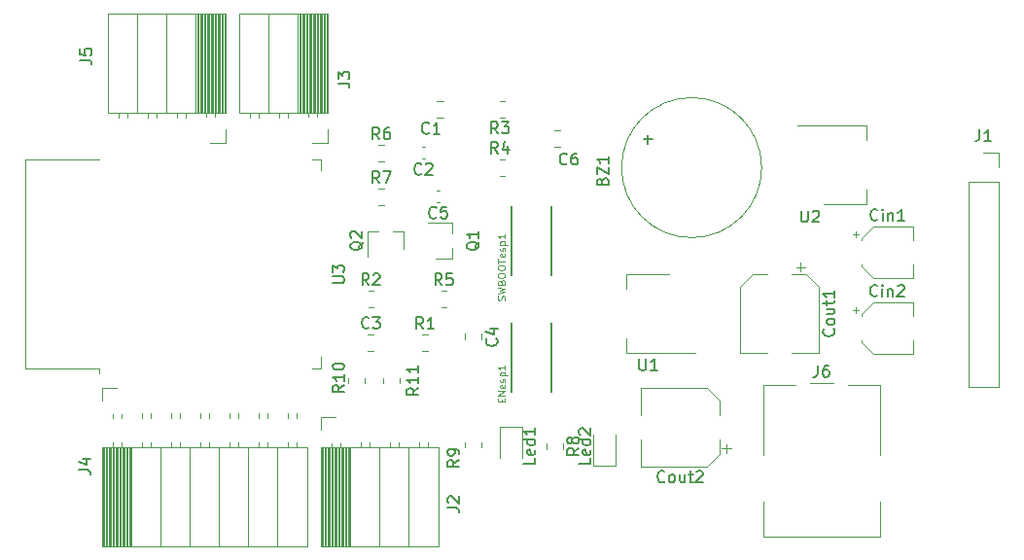
<source format=gbr>
%TF.GenerationSoftware,KiCad,Pcbnew,(5.1.9)-1*%
%TF.CreationDate,2021-07-08T11:56:06-05:00*%
%TF.ProjectId,prueba,70727565-6261-42e6-9b69-6361645f7063,rev?*%
%TF.SameCoordinates,Original*%
%TF.FileFunction,Legend,Top*%
%TF.FilePolarity,Positive*%
%FSLAX46Y46*%
G04 Gerber Fmt 4.6, Leading zero omitted, Abs format (unit mm)*
G04 Created by KiCad (PCBNEW (5.1.9)-1) date 2021-07-08 11:56:06*
%MOMM*%
%LPD*%
G01*
G04 APERTURE LIST*
%ADD10C,0.120000*%
%ADD11C,0.127000*%
%ADD12C,0.150000*%
%ADD13C,0.015000*%
G04 APERTURE END LIST*
D10*
%TO.C,BZ1*%
X98800000Y-92710000D02*
G75*
G03*
X98800000Y-92710000I-6100000J0D01*
G01*
%TO.C,J3*%
X60900000Y-79318000D02*
X60900000Y-87948000D01*
X60781905Y-79318000D02*
X60781905Y-87948000D01*
X60663810Y-79318000D02*
X60663810Y-87948000D01*
X60545715Y-79318000D02*
X60545715Y-87948000D01*
X60427620Y-79318000D02*
X60427620Y-87948000D01*
X60309525Y-79318000D02*
X60309525Y-87948000D01*
X60191430Y-79318000D02*
X60191430Y-87948000D01*
X60073335Y-79318000D02*
X60073335Y-87948000D01*
X59955240Y-79318000D02*
X59955240Y-87948000D01*
X59837145Y-79318000D02*
X59837145Y-87948000D01*
X59719050Y-79318000D02*
X59719050Y-87948000D01*
X59600955Y-79318000D02*
X59600955Y-87948000D01*
X59482860Y-79318000D02*
X59482860Y-87948000D01*
X59364765Y-79318000D02*
X59364765Y-87948000D01*
X59246670Y-79318000D02*
X59246670Y-87948000D01*
X59128575Y-79318000D02*
X59128575Y-87948000D01*
X59010480Y-79318000D02*
X59010480Y-87948000D01*
X58892385Y-79318000D02*
X58892385Y-87948000D01*
X58774290Y-79318000D02*
X58774290Y-87948000D01*
X58656195Y-79318000D02*
X58656195Y-87948000D01*
X58538100Y-79318000D02*
X58538100Y-87948000D01*
X60050000Y-87948000D02*
X60050000Y-88298000D01*
X59330000Y-87948000D02*
X59330000Y-88298000D01*
X57510000Y-87948000D02*
X57510000Y-88358000D01*
X56790000Y-87948000D02*
X56790000Y-88358000D01*
X54970000Y-87948000D02*
X54970000Y-88358000D01*
X54250000Y-87948000D02*
X54250000Y-88358000D01*
X58420000Y-79318000D02*
X58420000Y-87948000D01*
X55880000Y-79318000D02*
X55880000Y-87948000D01*
X61020000Y-79318000D02*
X61020000Y-87948000D01*
X61020000Y-87948000D02*
X53280000Y-87948000D01*
X53280000Y-79318000D02*
X53280000Y-87948000D01*
X61020000Y-79318000D02*
X53280000Y-79318000D01*
X61020000Y-90518000D02*
X59690000Y-90518000D01*
X61020000Y-89408000D02*
X61020000Y-90518000D01*
%TO.C,J5*%
X52010000Y-79318000D02*
X52010000Y-87948000D01*
X51891905Y-79318000D02*
X51891905Y-87948000D01*
X51773810Y-79318000D02*
X51773810Y-87948000D01*
X51655715Y-79318000D02*
X51655715Y-87948000D01*
X51537620Y-79318000D02*
X51537620Y-87948000D01*
X51419525Y-79318000D02*
X51419525Y-87948000D01*
X51301430Y-79318000D02*
X51301430Y-87948000D01*
X51183335Y-79318000D02*
X51183335Y-87948000D01*
X51065240Y-79318000D02*
X51065240Y-87948000D01*
X50947145Y-79318000D02*
X50947145Y-87948000D01*
X50829050Y-79318000D02*
X50829050Y-87948000D01*
X50710955Y-79318000D02*
X50710955Y-87948000D01*
X50592860Y-79318000D02*
X50592860Y-87948000D01*
X50474765Y-79318000D02*
X50474765Y-87948000D01*
X50356670Y-79318000D02*
X50356670Y-87948000D01*
X50238575Y-79318000D02*
X50238575Y-87948000D01*
X50120480Y-79318000D02*
X50120480Y-87948000D01*
X50002385Y-79318000D02*
X50002385Y-87948000D01*
X49884290Y-79318000D02*
X49884290Y-87948000D01*
X49766195Y-79318000D02*
X49766195Y-87948000D01*
X49648100Y-79318000D02*
X49648100Y-87948000D01*
X51160000Y-87948000D02*
X51160000Y-88298000D01*
X50440000Y-87948000D02*
X50440000Y-88298000D01*
X48620000Y-87948000D02*
X48620000Y-88358000D01*
X47900000Y-87948000D02*
X47900000Y-88358000D01*
X46080000Y-87948000D02*
X46080000Y-88358000D01*
X45360000Y-87948000D02*
X45360000Y-88358000D01*
X43540000Y-87948000D02*
X43540000Y-88358000D01*
X42820000Y-87948000D02*
X42820000Y-88358000D01*
X49530000Y-79318000D02*
X49530000Y-87948000D01*
X46990000Y-79318000D02*
X46990000Y-87948000D01*
X44450000Y-79318000D02*
X44450000Y-87948000D01*
X52130000Y-79318000D02*
X52130000Y-87948000D01*
X52130000Y-87948000D02*
X41850000Y-87948000D01*
X41850000Y-79318000D02*
X41850000Y-87948000D01*
X52130000Y-79318000D02*
X41850000Y-79318000D01*
X52130000Y-90518000D02*
X50800000Y-90518000D01*
X52130000Y-89408000D02*
X52130000Y-90518000D01*
%TO.C,J2*%
X60512000Y-125660000D02*
X60512000Y-117030000D01*
X60630095Y-125660000D02*
X60630095Y-117030000D01*
X60748190Y-125660000D02*
X60748190Y-117030000D01*
X60866285Y-125660000D02*
X60866285Y-117030000D01*
X60984380Y-125660000D02*
X60984380Y-117030000D01*
X61102475Y-125660000D02*
X61102475Y-117030000D01*
X61220570Y-125660000D02*
X61220570Y-117030000D01*
X61338665Y-125660000D02*
X61338665Y-117030000D01*
X61456760Y-125660000D02*
X61456760Y-117030000D01*
X61574855Y-125660000D02*
X61574855Y-117030000D01*
X61692950Y-125660000D02*
X61692950Y-117030000D01*
X61811045Y-125660000D02*
X61811045Y-117030000D01*
X61929140Y-125660000D02*
X61929140Y-117030000D01*
X62047235Y-125660000D02*
X62047235Y-117030000D01*
X62165330Y-125660000D02*
X62165330Y-117030000D01*
X62283425Y-125660000D02*
X62283425Y-117030000D01*
X62401520Y-125660000D02*
X62401520Y-117030000D01*
X62519615Y-125660000D02*
X62519615Y-117030000D01*
X62637710Y-125660000D02*
X62637710Y-117030000D01*
X62755805Y-125660000D02*
X62755805Y-117030000D01*
X62873900Y-125660000D02*
X62873900Y-117030000D01*
X61362000Y-117030000D02*
X61362000Y-116680000D01*
X62082000Y-117030000D02*
X62082000Y-116680000D01*
X63902000Y-117030000D02*
X63902000Y-116620000D01*
X64622000Y-117030000D02*
X64622000Y-116620000D01*
X66442000Y-117030000D02*
X66442000Y-116620000D01*
X67162000Y-117030000D02*
X67162000Y-116620000D01*
X68982000Y-117030000D02*
X68982000Y-116620000D01*
X69702000Y-117030000D02*
X69702000Y-116620000D01*
X62992000Y-125660000D02*
X62992000Y-117030000D01*
X65532000Y-125660000D02*
X65532000Y-117030000D01*
X68072000Y-125660000D02*
X68072000Y-117030000D01*
X60392000Y-125660000D02*
X60392000Y-117030000D01*
X60392000Y-117030000D02*
X70672000Y-117030000D01*
X70672000Y-125660000D02*
X70672000Y-117030000D01*
X60392000Y-125660000D02*
X70672000Y-125660000D01*
X60392000Y-114460000D02*
X61722000Y-114460000D01*
X60392000Y-115570000D02*
X60392000Y-114460000D01*
%TO.C,J4*%
X41462000Y-125660000D02*
X41462000Y-117030000D01*
X41580095Y-125660000D02*
X41580095Y-117030000D01*
X41698190Y-125660000D02*
X41698190Y-117030000D01*
X41816285Y-125660000D02*
X41816285Y-117030000D01*
X41934380Y-125660000D02*
X41934380Y-117030000D01*
X42052475Y-125660000D02*
X42052475Y-117030000D01*
X42170570Y-125660000D02*
X42170570Y-117030000D01*
X42288665Y-125660000D02*
X42288665Y-117030000D01*
X42406760Y-125660000D02*
X42406760Y-117030000D01*
X42524855Y-125660000D02*
X42524855Y-117030000D01*
X42642950Y-125660000D02*
X42642950Y-117030000D01*
X42761045Y-125660000D02*
X42761045Y-117030000D01*
X42879140Y-125660000D02*
X42879140Y-117030000D01*
X42997235Y-125660000D02*
X42997235Y-117030000D01*
X43115330Y-125660000D02*
X43115330Y-117030000D01*
X43233425Y-125660000D02*
X43233425Y-117030000D01*
X43351520Y-125660000D02*
X43351520Y-117030000D01*
X43469615Y-125660000D02*
X43469615Y-117030000D01*
X43587710Y-125660000D02*
X43587710Y-117030000D01*
X43705805Y-125660000D02*
X43705805Y-117030000D01*
X43823900Y-125660000D02*
X43823900Y-117030000D01*
X42312000Y-117030000D02*
X42312000Y-116620000D01*
X42312000Y-114520000D02*
X42312000Y-114140000D01*
X43032000Y-117030000D02*
X43032000Y-116620000D01*
X43032000Y-114520000D02*
X43032000Y-114140000D01*
X44852000Y-117030000D02*
X44852000Y-116620000D01*
X44852000Y-114520000D02*
X44852000Y-114080000D01*
X45572000Y-117030000D02*
X45572000Y-116620000D01*
X45572000Y-114520000D02*
X45572000Y-114080000D01*
X47392000Y-117030000D02*
X47392000Y-116620000D01*
X47392000Y-114520000D02*
X47392000Y-114080000D01*
X48112000Y-117030000D02*
X48112000Y-116620000D01*
X48112000Y-114520000D02*
X48112000Y-114080000D01*
X49932000Y-117030000D02*
X49932000Y-116620000D01*
X49932000Y-114520000D02*
X49932000Y-114080000D01*
X50652000Y-117030000D02*
X50652000Y-116620000D01*
X50652000Y-114520000D02*
X50652000Y-114080000D01*
X52472000Y-117030000D02*
X52472000Y-116620000D01*
X52472000Y-114520000D02*
X52472000Y-114080000D01*
X53192000Y-117030000D02*
X53192000Y-116620000D01*
X53192000Y-114520000D02*
X53192000Y-114080000D01*
X55012000Y-117030000D02*
X55012000Y-116620000D01*
X55012000Y-114520000D02*
X55012000Y-114080000D01*
X55732000Y-117030000D02*
X55732000Y-116620000D01*
X55732000Y-114520000D02*
X55732000Y-114080000D01*
X57552000Y-117030000D02*
X57552000Y-116620000D01*
X57552000Y-114520000D02*
X57552000Y-114080000D01*
X58272000Y-117030000D02*
X58272000Y-116620000D01*
X58272000Y-114520000D02*
X58272000Y-114080000D01*
X43942000Y-125660000D02*
X43942000Y-117030000D01*
X46482000Y-125660000D02*
X46482000Y-117030000D01*
X49022000Y-125660000D02*
X49022000Y-117030000D01*
X51562000Y-125660000D02*
X51562000Y-117030000D01*
X54102000Y-125660000D02*
X54102000Y-117030000D01*
X56642000Y-125660000D02*
X56642000Y-117030000D01*
X41342000Y-125660000D02*
X41342000Y-117030000D01*
X41342000Y-117030000D02*
X59242000Y-117030000D01*
X59242000Y-125660000D02*
X59242000Y-117030000D01*
X41342000Y-125660000D02*
X59242000Y-125660000D01*
X41342000Y-111920000D02*
X42672000Y-111920000D01*
X41342000Y-113030000D02*
X41342000Y-111920000D01*
%TO.C,J6*%
X103013000Y-111476000D02*
X105013000Y-111476000D01*
X98903000Y-124886000D02*
X98903000Y-121826000D01*
X109123000Y-124886000D02*
X98903000Y-124886000D01*
X109123000Y-121826000D02*
X109123000Y-124886000D01*
X109123000Y-111666000D02*
X109123000Y-117726000D01*
X106313000Y-111666000D02*
X109123000Y-111666000D01*
X98903000Y-111666000D02*
X101713000Y-111666000D01*
X98903000Y-117726000D02*
X98903000Y-111666000D01*
%TO.C,U2*%
X101920000Y-89060000D02*
X107930000Y-89060000D01*
X104170000Y-95880000D02*
X107930000Y-95880000D01*
X107930000Y-89060000D02*
X107930000Y-90320000D01*
X107930000Y-95880000D02*
X107930000Y-94620000D01*
%TO.C,U3*%
X41085000Y-110205000D02*
X41085000Y-110585000D01*
X34665000Y-110205000D02*
X41085000Y-110205000D01*
X34665000Y-91965000D02*
X41085000Y-91965000D01*
X34665000Y-110205000D02*
X34665000Y-91965000D01*
X60410000Y-91965000D02*
X60410000Y-92965000D01*
X59630000Y-91965000D02*
X60410000Y-91965000D01*
X60410000Y-110205000D02*
X60410000Y-109205000D01*
X59630000Y-110205000D02*
X60410000Y-110205000D01*
%TO.C,R7*%
X65455436Y-95985000D02*
X65909564Y-95985000D01*
X65455436Y-94515000D02*
X65909564Y-94515000D01*
%TO.C,R6*%
X65455436Y-92175000D02*
X65909564Y-92175000D01*
X65455436Y-90705000D02*
X65909564Y-90705000D01*
%TO.C,R2*%
X64542936Y-104875000D02*
X64997064Y-104875000D01*
X64542936Y-103405000D02*
X64997064Y-103405000D01*
%TO.C,J1*%
X118110000Y-91380000D02*
X119440000Y-91380000D01*
X119440000Y-91380000D02*
X119440000Y-92710000D01*
X119440000Y-93980000D02*
X119440000Y-111820000D01*
X116780000Y-111820000D02*
X119440000Y-111820000D01*
X116780000Y-93980000D02*
X116780000Y-111820000D01*
X116780000Y-93980000D02*
X119440000Y-93980000D01*
%TO.C,Led2*%
X86050000Y-118652000D02*
X86050000Y-115967000D01*
X84130000Y-118652000D02*
X86050000Y-118652000D01*
X84130000Y-115967000D02*
X84130000Y-118652000D01*
%TO.C,C1*%
X71061252Y-86895000D02*
X70538748Y-86895000D01*
X71061252Y-88365000D02*
X70538748Y-88365000D01*
%TO.C,C2*%
X69482580Y-90930000D02*
X69201420Y-90930000D01*
X69482580Y-91950000D02*
X69201420Y-91950000D01*
%TO.C,C3*%
X64508748Y-107215000D02*
X65031252Y-107215000D01*
X64508748Y-108685000D02*
X65031252Y-108685000D01*
%TO.C,C4*%
X72925000Y-107180748D02*
X72925000Y-107703252D01*
X74395000Y-107180748D02*
X74395000Y-107703252D01*
%TO.C,C5*%
X70765580Y-95760000D02*
X70484420Y-95760000D01*
X70765580Y-94740000D02*
X70484420Y-94740000D01*
%TO.C,C6*%
X81287252Y-90905000D02*
X80764748Y-90905000D01*
X81287252Y-89435000D02*
X80764748Y-89435000D01*
%TO.C,Cin1*%
X112010000Y-102336000D02*
X112010000Y-101136000D01*
X112010000Y-97816000D02*
X112010000Y-99016000D01*
X108554437Y-97816000D02*
X112010000Y-97816000D01*
X108554437Y-102336000D02*
X112010000Y-102336000D01*
X107490000Y-101271563D02*
X107490000Y-101136000D01*
X107490000Y-98880437D02*
X107490000Y-99016000D01*
X107490000Y-98880437D02*
X108554437Y-97816000D01*
X107490000Y-101271563D02*
X108554437Y-102336000D01*
X106750000Y-98516000D02*
X107250000Y-98516000D01*
X107000000Y-98266000D02*
X107000000Y-98766000D01*
%TO.C,Cin2*%
X106978000Y-104870000D02*
X106978000Y-105370000D01*
X106728000Y-105120000D02*
X107228000Y-105120000D01*
X107468000Y-107875563D02*
X108532437Y-108940000D01*
X107468000Y-105484437D02*
X108532437Y-104420000D01*
X107468000Y-105484437D02*
X107468000Y-105620000D01*
X107468000Y-107875563D02*
X107468000Y-107740000D01*
X108532437Y-108940000D02*
X111988000Y-108940000D01*
X108532437Y-104420000D02*
X111988000Y-104420000D01*
X111988000Y-104420000D02*
X111988000Y-105620000D01*
X111988000Y-108940000D02*
X111988000Y-107740000D01*
%TO.C,Cout1*%
X96920000Y-108820000D02*
X99270000Y-108820000D01*
X103740000Y-108820000D02*
X101390000Y-108820000D01*
X103740000Y-103064437D02*
X103740000Y-108820000D01*
X96920000Y-103064437D02*
X96920000Y-108820000D01*
X97984437Y-102000000D02*
X99270000Y-102000000D01*
X102675563Y-102000000D02*
X101390000Y-102000000D01*
X102675563Y-102000000D02*
X103740000Y-103064437D01*
X97984437Y-102000000D02*
X96920000Y-103064437D01*
X102177500Y-100972500D02*
X102177500Y-101760000D01*
X102571250Y-101366250D02*
X101783750Y-101366250D01*
%TO.C,Cout2*%
X95737750Y-117557250D02*
X95737750Y-116769750D01*
X96131500Y-117163500D02*
X95344000Y-117163500D01*
X95104000Y-112970437D02*
X94039563Y-111906000D01*
X95104000Y-117661563D02*
X94039563Y-118726000D01*
X95104000Y-117661563D02*
X95104000Y-116376000D01*
X95104000Y-112970437D02*
X95104000Y-114256000D01*
X94039563Y-111906000D02*
X88284000Y-111906000D01*
X94039563Y-118726000D02*
X88284000Y-118726000D01*
X88284000Y-118726000D02*
X88284000Y-116376000D01*
X88284000Y-111906000D02*
X88284000Y-114256000D01*
D11*
%TO.C,ENesp1*%
X76990000Y-112220000D02*
X76990000Y-106220000D01*
X80490000Y-112220000D02*
X80490000Y-106220000D01*
D10*
%TO.C,Led1*%
X77922000Y-117967000D02*
X77922000Y-115282000D01*
X77922000Y-115282000D02*
X76002000Y-115282000D01*
X76002000Y-115282000D02*
X76002000Y-117967000D01*
%TO.C,Q1*%
X71880000Y-100640000D02*
X71880000Y-99710000D01*
X71880000Y-97480000D02*
X71880000Y-98410000D01*
X71880000Y-97480000D02*
X69720000Y-97480000D01*
X71880000Y-100640000D02*
X70420000Y-100640000D01*
%TO.C,Q2*%
X67620000Y-98300000D02*
X67620000Y-99760000D01*
X64460000Y-98300000D02*
X64460000Y-100460000D01*
X64460000Y-98300000D02*
X65390000Y-98300000D01*
X67620000Y-98300000D02*
X66690000Y-98300000D01*
%TO.C,R1*%
X69265436Y-107215000D02*
X69719564Y-107215000D01*
X69265436Y-108685000D02*
X69719564Y-108685000D01*
%TO.C,R3*%
X76427064Y-88365000D02*
X75972936Y-88365000D01*
X76427064Y-86895000D02*
X75972936Y-86895000D01*
%TO.C,R4*%
X75972936Y-93445000D02*
X76427064Y-93445000D01*
X75972936Y-91975000D02*
X76427064Y-91975000D01*
%TO.C,R5*%
X70892936Y-104875000D02*
X71347064Y-104875000D01*
X70892936Y-103405000D02*
X71347064Y-103405000D01*
%TO.C,R8*%
X81507000Y-116739936D02*
X81507000Y-117194064D01*
X80037000Y-116739936D02*
X80037000Y-117194064D01*
%TO.C,R9*%
X74395000Y-117067064D02*
X74395000Y-116612936D01*
X72925000Y-117067064D02*
X72925000Y-116612936D01*
%TO.C,R10*%
X62765000Y-111024936D02*
X62765000Y-111479064D01*
X64235000Y-111024936D02*
X64235000Y-111479064D01*
%TO.C,R11*%
X65813000Y-111479064D02*
X65813000Y-111024936D01*
X67283000Y-111479064D02*
X67283000Y-111024936D01*
D11*
%TO.C,SWBOOTesp1*%
X80490000Y-102060000D02*
X80490000Y-96060000D01*
X76990000Y-102060000D02*
X76990000Y-96060000D01*
D10*
%TO.C,U1*%
X86990000Y-102000000D02*
X86990000Y-103260000D01*
X86990000Y-108820000D02*
X86990000Y-107560000D01*
X90750000Y-102000000D02*
X86990000Y-102000000D01*
X93000000Y-108820000D02*
X86990000Y-108820000D01*
%TO.C,BZ1*%
D12*
X84928571Y-93880952D02*
X84976190Y-93738095D01*
X85023809Y-93690476D01*
X85119047Y-93642857D01*
X85261904Y-93642857D01*
X85357142Y-93690476D01*
X85404761Y-93738095D01*
X85452380Y-93833333D01*
X85452380Y-94214285D01*
X84452380Y-94214285D01*
X84452380Y-93880952D01*
X84500000Y-93785714D01*
X84547619Y-93738095D01*
X84642857Y-93690476D01*
X84738095Y-93690476D01*
X84833333Y-93738095D01*
X84880952Y-93785714D01*
X84928571Y-93880952D01*
X84928571Y-94214285D01*
X84452380Y-93309523D02*
X84452380Y-92642857D01*
X85452380Y-93309523D01*
X85452380Y-92642857D01*
X85452380Y-91738095D02*
X85452380Y-92309523D01*
X85452380Y-92023809D02*
X84452380Y-92023809D01*
X84595238Y-92119047D01*
X84690476Y-92214285D01*
X84738095Y-92309523D01*
X88509047Y-90241428D02*
X89270952Y-90241428D01*
X88890000Y-90622380D02*
X88890000Y-89860476D01*
%TO.C,J3*%
X61912380Y-85361333D02*
X62626666Y-85361333D01*
X62769523Y-85408952D01*
X62864761Y-85504190D01*
X62912380Y-85647047D01*
X62912380Y-85742285D01*
X61912380Y-84980380D02*
X61912380Y-84361333D01*
X62293333Y-84694666D01*
X62293333Y-84551809D01*
X62340952Y-84456571D01*
X62388571Y-84408952D01*
X62483809Y-84361333D01*
X62721904Y-84361333D01*
X62817142Y-84408952D01*
X62864761Y-84456571D01*
X62912380Y-84551809D01*
X62912380Y-84837523D01*
X62864761Y-84932761D01*
X62817142Y-84980380D01*
%TO.C,J5*%
X39452380Y-83333333D02*
X40166666Y-83333333D01*
X40309523Y-83380952D01*
X40404761Y-83476190D01*
X40452380Y-83619047D01*
X40452380Y-83714285D01*
X39452380Y-82380952D02*
X39452380Y-82857142D01*
X39928571Y-82904761D01*
X39880952Y-82857142D01*
X39833333Y-82761904D01*
X39833333Y-82523809D01*
X39880952Y-82428571D01*
X39928571Y-82380952D01*
X40023809Y-82333333D01*
X40261904Y-82333333D01*
X40357142Y-82380952D01*
X40404761Y-82428571D01*
X40452380Y-82523809D01*
X40452380Y-82761904D01*
X40404761Y-82857142D01*
X40357142Y-82904761D01*
%TO.C,J2*%
X71452380Y-122333333D02*
X72166666Y-122333333D01*
X72309523Y-122380952D01*
X72404761Y-122476190D01*
X72452380Y-122619047D01*
X72452380Y-122714285D01*
X71547619Y-121904761D02*
X71500000Y-121857142D01*
X71452380Y-121761904D01*
X71452380Y-121523809D01*
X71500000Y-121428571D01*
X71547619Y-121380952D01*
X71642857Y-121333333D01*
X71738095Y-121333333D01*
X71880952Y-121380952D01*
X72452380Y-121952380D01*
X72452380Y-121333333D01*
%TO.C,J4*%
X39354380Y-119013333D02*
X40068666Y-119013333D01*
X40211523Y-119060952D01*
X40306761Y-119156190D01*
X40354380Y-119299047D01*
X40354380Y-119394285D01*
X39687714Y-118108571D02*
X40354380Y-118108571D01*
X39306761Y-118346666D02*
X40021047Y-118584761D01*
X40021047Y-117965714D01*
%TO.C,J6*%
X103679666Y-109928380D02*
X103679666Y-110642666D01*
X103632047Y-110785523D01*
X103536809Y-110880761D01*
X103393952Y-110928380D01*
X103298714Y-110928380D01*
X104584428Y-109928380D02*
X104393952Y-109928380D01*
X104298714Y-109976000D01*
X104251095Y-110023619D01*
X104155857Y-110166476D01*
X104108238Y-110356952D01*
X104108238Y-110737904D01*
X104155857Y-110833142D01*
X104203476Y-110880761D01*
X104298714Y-110928380D01*
X104489190Y-110928380D01*
X104584428Y-110880761D01*
X104632047Y-110833142D01*
X104679666Y-110737904D01*
X104679666Y-110499809D01*
X104632047Y-110404571D01*
X104584428Y-110356952D01*
X104489190Y-110309333D01*
X104298714Y-110309333D01*
X104203476Y-110356952D01*
X104155857Y-110404571D01*
X104108238Y-110499809D01*
%TO.C,U2*%
X102238095Y-96452380D02*
X102238095Y-97261904D01*
X102285714Y-97357142D01*
X102333333Y-97404761D01*
X102428571Y-97452380D01*
X102619047Y-97452380D01*
X102714285Y-97404761D01*
X102761904Y-97357142D01*
X102809523Y-97261904D01*
X102809523Y-96452380D01*
X103238095Y-96547619D02*
X103285714Y-96500000D01*
X103380952Y-96452380D01*
X103619047Y-96452380D01*
X103714285Y-96500000D01*
X103761904Y-96547619D01*
X103809523Y-96642857D01*
X103809523Y-96738095D01*
X103761904Y-96880952D01*
X103190476Y-97452380D01*
X103809523Y-97452380D01*
%TO.C,U3*%
X61452380Y-102761904D02*
X62261904Y-102761904D01*
X62357142Y-102714285D01*
X62404761Y-102666666D01*
X62452380Y-102571428D01*
X62452380Y-102380952D01*
X62404761Y-102285714D01*
X62357142Y-102238095D01*
X62261904Y-102190476D01*
X61452380Y-102190476D01*
X61452380Y-101809523D02*
X61452380Y-101190476D01*
X61833333Y-101523809D01*
X61833333Y-101380952D01*
X61880952Y-101285714D01*
X61928571Y-101238095D01*
X62023809Y-101190476D01*
X62261904Y-101190476D01*
X62357142Y-101238095D01*
X62404761Y-101285714D01*
X62452380Y-101380952D01*
X62452380Y-101666666D01*
X62404761Y-101761904D01*
X62357142Y-101809523D01*
%TO.C,R7*%
X65515833Y-94052380D02*
X65182500Y-93576190D01*
X64944404Y-94052380D02*
X64944404Y-93052380D01*
X65325357Y-93052380D01*
X65420595Y-93100000D01*
X65468214Y-93147619D01*
X65515833Y-93242857D01*
X65515833Y-93385714D01*
X65468214Y-93480952D01*
X65420595Y-93528571D01*
X65325357Y-93576190D01*
X64944404Y-93576190D01*
X65849166Y-93052380D02*
X66515833Y-93052380D01*
X66087261Y-94052380D01*
%TO.C,R6*%
X65515833Y-90242380D02*
X65182500Y-89766190D01*
X64944404Y-90242380D02*
X64944404Y-89242380D01*
X65325357Y-89242380D01*
X65420595Y-89290000D01*
X65468214Y-89337619D01*
X65515833Y-89432857D01*
X65515833Y-89575714D01*
X65468214Y-89670952D01*
X65420595Y-89718571D01*
X65325357Y-89766190D01*
X64944404Y-89766190D01*
X66372976Y-89242380D02*
X66182500Y-89242380D01*
X66087261Y-89290000D01*
X66039642Y-89337619D01*
X65944404Y-89480476D01*
X65896785Y-89670952D01*
X65896785Y-90051904D01*
X65944404Y-90147142D01*
X65992023Y-90194761D01*
X66087261Y-90242380D01*
X66277738Y-90242380D01*
X66372976Y-90194761D01*
X66420595Y-90147142D01*
X66468214Y-90051904D01*
X66468214Y-89813809D01*
X66420595Y-89718571D01*
X66372976Y-89670952D01*
X66277738Y-89623333D01*
X66087261Y-89623333D01*
X65992023Y-89670952D01*
X65944404Y-89718571D01*
X65896785Y-89813809D01*
%TO.C,R2*%
X64603333Y-102942380D02*
X64270000Y-102466190D01*
X64031904Y-102942380D02*
X64031904Y-101942380D01*
X64412857Y-101942380D01*
X64508095Y-101990000D01*
X64555714Y-102037619D01*
X64603333Y-102132857D01*
X64603333Y-102275714D01*
X64555714Y-102370952D01*
X64508095Y-102418571D01*
X64412857Y-102466190D01*
X64031904Y-102466190D01*
X64984285Y-102037619D02*
X65031904Y-101990000D01*
X65127142Y-101942380D01*
X65365238Y-101942380D01*
X65460476Y-101990000D01*
X65508095Y-102037619D01*
X65555714Y-102132857D01*
X65555714Y-102228095D01*
X65508095Y-102370952D01*
X64936666Y-102942380D01*
X65555714Y-102942380D01*
%TO.C,J1*%
X117776666Y-89392380D02*
X117776666Y-90106666D01*
X117729047Y-90249523D01*
X117633809Y-90344761D01*
X117490952Y-90392380D01*
X117395714Y-90392380D01*
X118776666Y-90392380D02*
X118205238Y-90392380D01*
X118490952Y-90392380D02*
X118490952Y-89392380D01*
X118395714Y-89535238D01*
X118300476Y-89630476D01*
X118205238Y-89678095D01*
%TO.C,Led2*%
X83892380Y-118014619D02*
X83892380Y-118490809D01*
X82892380Y-118490809D01*
X83844761Y-117300333D02*
X83892380Y-117395571D01*
X83892380Y-117586047D01*
X83844761Y-117681285D01*
X83749523Y-117728904D01*
X83368571Y-117728904D01*
X83273333Y-117681285D01*
X83225714Y-117586047D01*
X83225714Y-117395571D01*
X83273333Y-117300333D01*
X83368571Y-117252714D01*
X83463809Y-117252714D01*
X83559047Y-117728904D01*
X83892380Y-116395571D02*
X82892380Y-116395571D01*
X83844761Y-116395571D02*
X83892380Y-116490809D01*
X83892380Y-116681285D01*
X83844761Y-116776523D01*
X83797142Y-116824142D01*
X83701904Y-116871761D01*
X83416190Y-116871761D01*
X83320952Y-116824142D01*
X83273333Y-116776523D01*
X83225714Y-116681285D01*
X83225714Y-116490809D01*
X83273333Y-116395571D01*
X82987619Y-115967000D02*
X82940000Y-115919380D01*
X82892380Y-115824142D01*
X82892380Y-115586047D01*
X82940000Y-115490809D01*
X82987619Y-115443190D01*
X83082857Y-115395571D01*
X83178095Y-115395571D01*
X83320952Y-115443190D01*
X83892380Y-116014619D01*
X83892380Y-115395571D01*
%TO.C,C1*%
X69833333Y-89667142D02*
X69785714Y-89714761D01*
X69642857Y-89762380D01*
X69547619Y-89762380D01*
X69404761Y-89714761D01*
X69309523Y-89619523D01*
X69261904Y-89524285D01*
X69214285Y-89333809D01*
X69214285Y-89190952D01*
X69261904Y-89000476D01*
X69309523Y-88905238D01*
X69404761Y-88810000D01*
X69547619Y-88762380D01*
X69642857Y-88762380D01*
X69785714Y-88810000D01*
X69833333Y-88857619D01*
X70785714Y-89762380D02*
X70214285Y-89762380D01*
X70500000Y-89762380D02*
X70500000Y-88762380D01*
X70404761Y-88905238D01*
X70309523Y-89000476D01*
X70214285Y-89048095D01*
%TO.C,C2*%
X69175333Y-93227142D02*
X69127714Y-93274761D01*
X68984857Y-93322380D01*
X68889619Y-93322380D01*
X68746761Y-93274761D01*
X68651523Y-93179523D01*
X68603904Y-93084285D01*
X68556285Y-92893809D01*
X68556285Y-92750952D01*
X68603904Y-92560476D01*
X68651523Y-92465238D01*
X68746761Y-92370000D01*
X68889619Y-92322380D01*
X68984857Y-92322380D01*
X69127714Y-92370000D01*
X69175333Y-92417619D01*
X69556285Y-92417619D02*
X69603904Y-92370000D01*
X69699142Y-92322380D01*
X69937238Y-92322380D01*
X70032476Y-92370000D01*
X70080095Y-92417619D01*
X70127714Y-92512857D01*
X70127714Y-92608095D01*
X70080095Y-92750952D01*
X69508666Y-93322380D01*
X70127714Y-93322380D01*
%TO.C,C3*%
X64603333Y-106627142D02*
X64555714Y-106674761D01*
X64412857Y-106722380D01*
X64317619Y-106722380D01*
X64174761Y-106674761D01*
X64079523Y-106579523D01*
X64031904Y-106484285D01*
X63984285Y-106293809D01*
X63984285Y-106150952D01*
X64031904Y-105960476D01*
X64079523Y-105865238D01*
X64174761Y-105770000D01*
X64317619Y-105722380D01*
X64412857Y-105722380D01*
X64555714Y-105770000D01*
X64603333Y-105817619D01*
X64936666Y-105722380D02*
X65555714Y-105722380D01*
X65222380Y-106103333D01*
X65365238Y-106103333D01*
X65460476Y-106150952D01*
X65508095Y-106198571D01*
X65555714Y-106293809D01*
X65555714Y-106531904D01*
X65508095Y-106627142D01*
X65460476Y-106674761D01*
X65365238Y-106722380D01*
X65079523Y-106722380D01*
X64984285Y-106674761D01*
X64936666Y-106627142D01*
%TO.C,C4*%
X75697142Y-107608666D02*
X75744761Y-107656285D01*
X75792380Y-107799142D01*
X75792380Y-107894380D01*
X75744761Y-108037238D01*
X75649523Y-108132476D01*
X75554285Y-108180095D01*
X75363809Y-108227714D01*
X75220952Y-108227714D01*
X75030476Y-108180095D01*
X74935238Y-108132476D01*
X74840000Y-108037238D01*
X74792380Y-107894380D01*
X74792380Y-107799142D01*
X74840000Y-107656285D01*
X74887619Y-107608666D01*
X75125714Y-106751523D02*
X75792380Y-106751523D01*
X74744761Y-106989619D02*
X75459047Y-107227714D01*
X75459047Y-106608666D01*
%TO.C,C5*%
X70458333Y-97037142D02*
X70410714Y-97084761D01*
X70267857Y-97132380D01*
X70172619Y-97132380D01*
X70029761Y-97084761D01*
X69934523Y-96989523D01*
X69886904Y-96894285D01*
X69839285Y-96703809D01*
X69839285Y-96560952D01*
X69886904Y-96370476D01*
X69934523Y-96275238D01*
X70029761Y-96180000D01*
X70172619Y-96132380D01*
X70267857Y-96132380D01*
X70410714Y-96180000D01*
X70458333Y-96227619D01*
X71363095Y-96132380D02*
X70886904Y-96132380D01*
X70839285Y-96608571D01*
X70886904Y-96560952D01*
X70982142Y-96513333D01*
X71220238Y-96513333D01*
X71315476Y-96560952D01*
X71363095Y-96608571D01*
X71410714Y-96703809D01*
X71410714Y-96941904D01*
X71363095Y-97037142D01*
X71315476Y-97084761D01*
X71220238Y-97132380D01*
X70982142Y-97132380D01*
X70886904Y-97084761D01*
X70839285Y-97037142D01*
%TO.C,C6*%
X81833333Y-92357142D02*
X81785714Y-92404761D01*
X81642857Y-92452380D01*
X81547619Y-92452380D01*
X81404761Y-92404761D01*
X81309523Y-92309523D01*
X81261904Y-92214285D01*
X81214285Y-92023809D01*
X81214285Y-91880952D01*
X81261904Y-91690476D01*
X81309523Y-91595238D01*
X81404761Y-91500000D01*
X81547619Y-91452380D01*
X81642857Y-91452380D01*
X81785714Y-91500000D01*
X81833333Y-91547619D01*
X82690476Y-91452380D02*
X82500000Y-91452380D01*
X82404761Y-91500000D01*
X82357142Y-91547619D01*
X82261904Y-91690476D01*
X82214285Y-91880952D01*
X82214285Y-92261904D01*
X82261904Y-92357142D01*
X82309523Y-92404761D01*
X82404761Y-92452380D01*
X82595238Y-92452380D01*
X82690476Y-92404761D01*
X82738095Y-92357142D01*
X82785714Y-92261904D01*
X82785714Y-92023809D01*
X82738095Y-91928571D01*
X82690476Y-91880952D01*
X82595238Y-91833333D01*
X82404761Y-91833333D01*
X82309523Y-91880952D01*
X82261904Y-91928571D01*
X82214285Y-92023809D01*
%TO.C,Cin1*%
X108892857Y-97233142D02*
X108845238Y-97280761D01*
X108702380Y-97328380D01*
X108607142Y-97328380D01*
X108464285Y-97280761D01*
X108369047Y-97185523D01*
X108321428Y-97090285D01*
X108273809Y-96899809D01*
X108273809Y-96756952D01*
X108321428Y-96566476D01*
X108369047Y-96471238D01*
X108464285Y-96376000D01*
X108607142Y-96328380D01*
X108702380Y-96328380D01*
X108845238Y-96376000D01*
X108892857Y-96423619D01*
X109321428Y-97328380D02*
X109321428Y-96661714D01*
X109321428Y-96328380D02*
X109273809Y-96376000D01*
X109321428Y-96423619D01*
X109369047Y-96376000D01*
X109321428Y-96328380D01*
X109321428Y-96423619D01*
X109797619Y-96661714D02*
X109797619Y-97328380D01*
X109797619Y-96756952D02*
X109845238Y-96709333D01*
X109940476Y-96661714D01*
X110083333Y-96661714D01*
X110178571Y-96709333D01*
X110226190Y-96804571D01*
X110226190Y-97328380D01*
X111226190Y-97328380D02*
X110654761Y-97328380D01*
X110940476Y-97328380D02*
X110940476Y-96328380D01*
X110845238Y-96471238D01*
X110750000Y-96566476D01*
X110654761Y-96614095D01*
%TO.C,Cin2*%
X108870857Y-103837142D02*
X108823238Y-103884761D01*
X108680380Y-103932380D01*
X108585142Y-103932380D01*
X108442285Y-103884761D01*
X108347047Y-103789523D01*
X108299428Y-103694285D01*
X108251809Y-103503809D01*
X108251809Y-103360952D01*
X108299428Y-103170476D01*
X108347047Y-103075238D01*
X108442285Y-102980000D01*
X108585142Y-102932380D01*
X108680380Y-102932380D01*
X108823238Y-102980000D01*
X108870857Y-103027619D01*
X109299428Y-103932380D02*
X109299428Y-103265714D01*
X109299428Y-102932380D02*
X109251809Y-102980000D01*
X109299428Y-103027619D01*
X109347047Y-102980000D01*
X109299428Y-102932380D01*
X109299428Y-103027619D01*
X109775619Y-103265714D02*
X109775619Y-103932380D01*
X109775619Y-103360952D02*
X109823238Y-103313333D01*
X109918476Y-103265714D01*
X110061333Y-103265714D01*
X110156571Y-103313333D01*
X110204190Y-103408571D01*
X110204190Y-103932380D01*
X110632761Y-103027619D02*
X110680380Y-102980000D01*
X110775619Y-102932380D01*
X111013714Y-102932380D01*
X111108952Y-102980000D01*
X111156571Y-103027619D01*
X111204190Y-103122857D01*
X111204190Y-103218095D01*
X111156571Y-103360952D01*
X110585142Y-103932380D01*
X111204190Y-103932380D01*
%TO.C,Cout1*%
X105037142Y-106767142D02*
X105084761Y-106814761D01*
X105132380Y-106957619D01*
X105132380Y-107052857D01*
X105084761Y-107195714D01*
X104989523Y-107290952D01*
X104894285Y-107338571D01*
X104703809Y-107386190D01*
X104560952Y-107386190D01*
X104370476Y-107338571D01*
X104275238Y-107290952D01*
X104180000Y-107195714D01*
X104132380Y-107052857D01*
X104132380Y-106957619D01*
X104180000Y-106814761D01*
X104227619Y-106767142D01*
X105132380Y-106195714D02*
X105084761Y-106290952D01*
X105037142Y-106338571D01*
X104941904Y-106386190D01*
X104656190Y-106386190D01*
X104560952Y-106338571D01*
X104513333Y-106290952D01*
X104465714Y-106195714D01*
X104465714Y-106052857D01*
X104513333Y-105957619D01*
X104560952Y-105910000D01*
X104656190Y-105862380D01*
X104941904Y-105862380D01*
X105037142Y-105910000D01*
X105084761Y-105957619D01*
X105132380Y-106052857D01*
X105132380Y-106195714D01*
X104465714Y-105005238D02*
X105132380Y-105005238D01*
X104465714Y-105433809D02*
X104989523Y-105433809D01*
X105084761Y-105386190D01*
X105132380Y-105290952D01*
X105132380Y-105148095D01*
X105084761Y-105052857D01*
X105037142Y-105005238D01*
X104465714Y-104671904D02*
X104465714Y-104290952D01*
X104132380Y-104529047D02*
X104989523Y-104529047D01*
X105084761Y-104481428D01*
X105132380Y-104386190D01*
X105132380Y-104290952D01*
X105132380Y-103433809D02*
X105132380Y-104005238D01*
X105132380Y-103719523D02*
X104132380Y-103719523D01*
X104275238Y-103814761D01*
X104370476Y-103910000D01*
X104418095Y-104005238D01*
%TO.C,Cout2*%
X90336857Y-120023142D02*
X90289238Y-120070761D01*
X90146380Y-120118380D01*
X90051142Y-120118380D01*
X89908285Y-120070761D01*
X89813047Y-119975523D01*
X89765428Y-119880285D01*
X89717809Y-119689809D01*
X89717809Y-119546952D01*
X89765428Y-119356476D01*
X89813047Y-119261238D01*
X89908285Y-119166000D01*
X90051142Y-119118380D01*
X90146380Y-119118380D01*
X90289238Y-119166000D01*
X90336857Y-119213619D01*
X90908285Y-120118380D02*
X90813047Y-120070761D01*
X90765428Y-120023142D01*
X90717809Y-119927904D01*
X90717809Y-119642190D01*
X90765428Y-119546952D01*
X90813047Y-119499333D01*
X90908285Y-119451714D01*
X91051142Y-119451714D01*
X91146380Y-119499333D01*
X91194000Y-119546952D01*
X91241619Y-119642190D01*
X91241619Y-119927904D01*
X91194000Y-120023142D01*
X91146380Y-120070761D01*
X91051142Y-120118380D01*
X90908285Y-120118380D01*
X92098761Y-119451714D02*
X92098761Y-120118380D01*
X91670190Y-119451714D02*
X91670190Y-119975523D01*
X91717809Y-120070761D01*
X91813047Y-120118380D01*
X91955904Y-120118380D01*
X92051142Y-120070761D01*
X92098761Y-120023142D01*
X92432095Y-119451714D02*
X92813047Y-119451714D01*
X92574952Y-119118380D02*
X92574952Y-119975523D01*
X92622571Y-120070761D01*
X92717809Y-120118380D01*
X92813047Y-120118380D01*
X93098761Y-119213619D02*
X93146380Y-119166000D01*
X93241619Y-119118380D01*
X93479714Y-119118380D01*
X93574952Y-119166000D01*
X93622571Y-119213619D01*
X93670190Y-119308857D01*
X93670190Y-119404095D01*
X93622571Y-119546952D01*
X93051142Y-120118380D01*
X93670190Y-120118380D01*
%TO.C,ENesp1*%
D13*
X76132483Y-113118067D02*
X76132483Y-112907809D01*
X76462888Y-112817699D02*
X76462888Y-113118067D01*
X75832115Y-113118067D01*
X75832115Y-112817699D01*
X76462888Y-112547368D02*
X75832115Y-112547368D01*
X76462888Y-112186926D01*
X75832115Y-112186926D01*
X76432851Y-111646263D02*
X76462888Y-111706337D01*
X76462888Y-111826484D01*
X76432851Y-111886558D01*
X76372778Y-111916595D01*
X76132483Y-111916595D01*
X76072410Y-111886558D01*
X76042373Y-111826484D01*
X76042373Y-111706337D01*
X76072410Y-111646263D01*
X76132483Y-111616227D01*
X76192557Y-111616227D01*
X76252631Y-111916595D01*
X76432851Y-111375932D02*
X76462888Y-111315858D01*
X76462888Y-111195711D01*
X76432851Y-111135638D01*
X76372778Y-111105601D01*
X76342741Y-111105601D01*
X76282667Y-111135638D01*
X76252631Y-111195711D01*
X76252631Y-111285822D01*
X76222594Y-111345895D01*
X76162520Y-111375932D01*
X76132483Y-111375932D01*
X76072410Y-111345895D01*
X76042373Y-111285822D01*
X76042373Y-111195711D01*
X76072410Y-111135638D01*
X76042373Y-110835269D02*
X76673146Y-110835269D01*
X76072410Y-110835269D02*
X76042373Y-110775196D01*
X76042373Y-110655049D01*
X76072410Y-110594975D01*
X76102446Y-110564938D01*
X76162520Y-110534901D01*
X76342741Y-110534901D01*
X76402815Y-110564938D01*
X76432851Y-110594975D01*
X76462888Y-110655049D01*
X76462888Y-110775196D01*
X76432851Y-110835269D01*
X76462888Y-109934165D02*
X76462888Y-110294607D01*
X76462888Y-110114386D02*
X75832115Y-110114386D01*
X75922226Y-110174460D01*
X75982299Y-110234533D01*
X76012336Y-110294607D01*
%TO.C,Led1*%
D12*
X79064380Y-118014619D02*
X79064380Y-118490809D01*
X78064380Y-118490809D01*
X79016761Y-117300333D02*
X79064380Y-117395571D01*
X79064380Y-117586047D01*
X79016761Y-117681285D01*
X78921523Y-117728904D01*
X78540571Y-117728904D01*
X78445333Y-117681285D01*
X78397714Y-117586047D01*
X78397714Y-117395571D01*
X78445333Y-117300333D01*
X78540571Y-117252714D01*
X78635809Y-117252714D01*
X78731047Y-117728904D01*
X79064380Y-116395571D02*
X78064380Y-116395571D01*
X79016761Y-116395571D02*
X79064380Y-116490809D01*
X79064380Y-116681285D01*
X79016761Y-116776523D01*
X78969142Y-116824142D01*
X78873904Y-116871761D01*
X78588190Y-116871761D01*
X78492952Y-116824142D01*
X78445333Y-116776523D01*
X78397714Y-116681285D01*
X78397714Y-116490809D01*
X78445333Y-116395571D01*
X79064380Y-115395571D02*
X79064380Y-115967000D01*
X79064380Y-115681285D02*
X78064380Y-115681285D01*
X78207238Y-115776523D01*
X78302476Y-115871761D01*
X78350095Y-115967000D01*
%TO.C,Q1*%
X74207619Y-99155238D02*
X74160000Y-99250476D01*
X74064761Y-99345714D01*
X73921904Y-99488571D01*
X73874285Y-99583809D01*
X73874285Y-99679047D01*
X74112380Y-99631428D02*
X74064761Y-99726666D01*
X73969523Y-99821904D01*
X73779047Y-99869523D01*
X73445714Y-99869523D01*
X73255238Y-99821904D01*
X73160000Y-99726666D01*
X73112380Y-99631428D01*
X73112380Y-99440952D01*
X73160000Y-99345714D01*
X73255238Y-99250476D01*
X73445714Y-99202857D01*
X73779047Y-99202857D01*
X73969523Y-99250476D01*
X74064761Y-99345714D01*
X74112380Y-99440952D01*
X74112380Y-99631428D01*
X74112380Y-98250476D02*
X74112380Y-98821904D01*
X74112380Y-98536190D02*
X73112380Y-98536190D01*
X73255238Y-98631428D01*
X73350476Y-98726666D01*
X73398095Y-98821904D01*
%TO.C,Q2*%
X64087619Y-99155238D02*
X64040000Y-99250476D01*
X63944761Y-99345714D01*
X63801904Y-99488571D01*
X63754285Y-99583809D01*
X63754285Y-99679047D01*
X63992380Y-99631428D02*
X63944761Y-99726666D01*
X63849523Y-99821904D01*
X63659047Y-99869523D01*
X63325714Y-99869523D01*
X63135238Y-99821904D01*
X63040000Y-99726666D01*
X62992380Y-99631428D01*
X62992380Y-99440952D01*
X63040000Y-99345714D01*
X63135238Y-99250476D01*
X63325714Y-99202857D01*
X63659047Y-99202857D01*
X63849523Y-99250476D01*
X63944761Y-99345714D01*
X63992380Y-99440952D01*
X63992380Y-99631428D01*
X63087619Y-98821904D02*
X63040000Y-98774285D01*
X62992380Y-98679047D01*
X62992380Y-98440952D01*
X63040000Y-98345714D01*
X63087619Y-98298095D01*
X63182857Y-98250476D01*
X63278095Y-98250476D01*
X63420952Y-98298095D01*
X63992380Y-98869523D01*
X63992380Y-98250476D01*
%TO.C,R1*%
X69325833Y-106752380D02*
X68992500Y-106276190D01*
X68754404Y-106752380D02*
X68754404Y-105752380D01*
X69135357Y-105752380D01*
X69230595Y-105800000D01*
X69278214Y-105847619D01*
X69325833Y-105942857D01*
X69325833Y-106085714D01*
X69278214Y-106180952D01*
X69230595Y-106228571D01*
X69135357Y-106276190D01*
X68754404Y-106276190D01*
X70278214Y-106752380D02*
X69706785Y-106752380D01*
X69992500Y-106752380D02*
X69992500Y-105752380D01*
X69897261Y-105895238D01*
X69802023Y-105990476D01*
X69706785Y-106038095D01*
%TO.C,R3*%
X75833333Y-89732380D02*
X75500000Y-89256190D01*
X75261904Y-89732380D02*
X75261904Y-88732380D01*
X75642857Y-88732380D01*
X75738095Y-88780000D01*
X75785714Y-88827619D01*
X75833333Y-88922857D01*
X75833333Y-89065714D01*
X75785714Y-89160952D01*
X75738095Y-89208571D01*
X75642857Y-89256190D01*
X75261904Y-89256190D01*
X76166666Y-88732380D02*
X76785714Y-88732380D01*
X76452380Y-89113333D01*
X76595238Y-89113333D01*
X76690476Y-89160952D01*
X76738095Y-89208571D01*
X76785714Y-89303809D01*
X76785714Y-89541904D01*
X76738095Y-89637142D01*
X76690476Y-89684761D01*
X76595238Y-89732380D01*
X76309523Y-89732380D01*
X76214285Y-89684761D01*
X76166666Y-89637142D01*
%TO.C,R4*%
X75833333Y-91452380D02*
X75500000Y-90976190D01*
X75261904Y-91452380D02*
X75261904Y-90452380D01*
X75642857Y-90452380D01*
X75738095Y-90500000D01*
X75785714Y-90547619D01*
X75833333Y-90642857D01*
X75833333Y-90785714D01*
X75785714Y-90880952D01*
X75738095Y-90928571D01*
X75642857Y-90976190D01*
X75261904Y-90976190D01*
X76690476Y-90785714D02*
X76690476Y-91452380D01*
X76452380Y-90404761D02*
X76214285Y-91119047D01*
X76833333Y-91119047D01*
%TO.C,R5*%
X70953333Y-102942380D02*
X70620000Y-102466190D01*
X70381904Y-102942380D02*
X70381904Y-101942380D01*
X70762857Y-101942380D01*
X70858095Y-101990000D01*
X70905714Y-102037619D01*
X70953333Y-102132857D01*
X70953333Y-102275714D01*
X70905714Y-102370952D01*
X70858095Y-102418571D01*
X70762857Y-102466190D01*
X70381904Y-102466190D01*
X71858095Y-101942380D02*
X71381904Y-101942380D01*
X71334285Y-102418571D01*
X71381904Y-102370952D01*
X71477142Y-102323333D01*
X71715238Y-102323333D01*
X71810476Y-102370952D01*
X71858095Y-102418571D01*
X71905714Y-102513809D01*
X71905714Y-102751904D01*
X71858095Y-102847142D01*
X71810476Y-102894761D01*
X71715238Y-102942380D01*
X71477142Y-102942380D01*
X71381904Y-102894761D01*
X71334285Y-102847142D01*
%TO.C,R8*%
X82874380Y-117133666D02*
X82398190Y-117467000D01*
X82874380Y-117705095D02*
X81874380Y-117705095D01*
X81874380Y-117324142D01*
X81922000Y-117228904D01*
X81969619Y-117181285D01*
X82064857Y-117133666D01*
X82207714Y-117133666D01*
X82302952Y-117181285D01*
X82350571Y-117228904D01*
X82398190Y-117324142D01*
X82398190Y-117705095D01*
X82302952Y-116562238D02*
X82255333Y-116657476D01*
X82207714Y-116705095D01*
X82112476Y-116752714D01*
X82064857Y-116752714D01*
X81969619Y-116705095D01*
X81922000Y-116657476D01*
X81874380Y-116562238D01*
X81874380Y-116371761D01*
X81922000Y-116276523D01*
X81969619Y-116228904D01*
X82064857Y-116181285D01*
X82112476Y-116181285D01*
X82207714Y-116228904D01*
X82255333Y-116276523D01*
X82302952Y-116371761D01*
X82302952Y-116562238D01*
X82350571Y-116657476D01*
X82398190Y-116705095D01*
X82493428Y-116752714D01*
X82683904Y-116752714D01*
X82779142Y-116705095D01*
X82826761Y-116657476D01*
X82874380Y-116562238D01*
X82874380Y-116371761D01*
X82826761Y-116276523D01*
X82779142Y-116228904D01*
X82683904Y-116181285D01*
X82493428Y-116181285D01*
X82398190Y-116228904D01*
X82350571Y-116276523D01*
X82302952Y-116371761D01*
%TO.C,R9*%
X72452380Y-118166666D02*
X71976190Y-118500000D01*
X72452380Y-118738095D02*
X71452380Y-118738095D01*
X71452380Y-118357142D01*
X71500000Y-118261904D01*
X71547619Y-118214285D01*
X71642857Y-118166666D01*
X71785714Y-118166666D01*
X71880952Y-118214285D01*
X71928571Y-118261904D01*
X71976190Y-118357142D01*
X71976190Y-118738095D01*
X72452380Y-117690476D02*
X72452380Y-117500000D01*
X72404761Y-117404761D01*
X72357142Y-117357142D01*
X72214285Y-117261904D01*
X72023809Y-117214285D01*
X71642857Y-117214285D01*
X71547619Y-117261904D01*
X71500000Y-117309523D01*
X71452380Y-117404761D01*
X71452380Y-117595238D01*
X71500000Y-117690476D01*
X71547619Y-117738095D01*
X71642857Y-117785714D01*
X71880952Y-117785714D01*
X71976190Y-117738095D01*
X72023809Y-117690476D01*
X72071428Y-117595238D01*
X72071428Y-117404761D01*
X72023809Y-117309523D01*
X71976190Y-117261904D01*
X71880952Y-117214285D01*
%TO.C,R10*%
X62452380Y-111642857D02*
X61976190Y-111976190D01*
X62452380Y-112214285D02*
X61452380Y-112214285D01*
X61452380Y-111833333D01*
X61500000Y-111738095D01*
X61547619Y-111690476D01*
X61642857Y-111642857D01*
X61785714Y-111642857D01*
X61880952Y-111690476D01*
X61928571Y-111738095D01*
X61976190Y-111833333D01*
X61976190Y-112214285D01*
X62452380Y-110690476D02*
X62452380Y-111261904D01*
X62452380Y-110976190D02*
X61452380Y-110976190D01*
X61595238Y-111071428D01*
X61690476Y-111166666D01*
X61738095Y-111261904D01*
X61452380Y-110071428D02*
X61452380Y-109976190D01*
X61500000Y-109880952D01*
X61547619Y-109833333D01*
X61642857Y-109785714D01*
X61833333Y-109738095D01*
X62071428Y-109738095D01*
X62261904Y-109785714D01*
X62357142Y-109833333D01*
X62404761Y-109880952D01*
X62452380Y-109976190D01*
X62452380Y-110071428D01*
X62404761Y-110166666D01*
X62357142Y-110214285D01*
X62261904Y-110261904D01*
X62071428Y-110309523D01*
X61833333Y-110309523D01*
X61642857Y-110261904D01*
X61547619Y-110214285D01*
X61500000Y-110166666D01*
X61452380Y-110071428D01*
%TO.C,R11*%
X68905380Y-111894857D02*
X68429190Y-112228190D01*
X68905380Y-112466285D02*
X67905380Y-112466285D01*
X67905380Y-112085333D01*
X67953000Y-111990095D01*
X68000619Y-111942476D01*
X68095857Y-111894857D01*
X68238714Y-111894857D01*
X68333952Y-111942476D01*
X68381571Y-111990095D01*
X68429190Y-112085333D01*
X68429190Y-112466285D01*
X68905380Y-110942476D02*
X68905380Y-111513904D01*
X68905380Y-111228190D02*
X67905380Y-111228190D01*
X68048238Y-111323428D01*
X68143476Y-111418666D01*
X68191095Y-111513904D01*
X68905380Y-109990095D02*
X68905380Y-110561523D01*
X68905380Y-110275809D02*
X67905380Y-110275809D01*
X68048238Y-110371047D01*
X68143476Y-110466285D01*
X68191095Y-110561523D01*
%TO.C,SWBOOTesp1*%
D13*
X76432851Y-104249650D02*
X76462888Y-104159539D01*
X76462888Y-104009355D01*
X76432851Y-103949282D01*
X76402815Y-103919245D01*
X76342741Y-103889208D01*
X76282667Y-103889208D01*
X76222594Y-103919245D01*
X76192557Y-103949282D01*
X76162520Y-104009355D01*
X76132483Y-104129503D01*
X76102446Y-104189576D01*
X76072410Y-104219613D01*
X76012336Y-104249650D01*
X75952262Y-104249650D01*
X75892189Y-104219613D01*
X75862152Y-104189576D01*
X75832115Y-104129503D01*
X75832115Y-103979319D01*
X75862152Y-103889208D01*
X75832115Y-103678950D02*
X76462888Y-103528766D01*
X76012336Y-103408619D01*
X76462888Y-103288472D01*
X75832115Y-103138288D01*
X76132483Y-102687736D02*
X76162520Y-102597625D01*
X76192557Y-102567588D01*
X76252631Y-102537552D01*
X76342741Y-102537552D01*
X76402815Y-102567588D01*
X76432851Y-102597625D01*
X76462888Y-102657699D01*
X76462888Y-102897993D01*
X75832115Y-102897993D01*
X75832115Y-102687736D01*
X75862152Y-102627662D01*
X75892189Y-102597625D01*
X75952262Y-102567588D01*
X76012336Y-102567588D01*
X76072410Y-102597625D01*
X76102446Y-102627662D01*
X76132483Y-102687736D01*
X76132483Y-102897993D01*
X75832115Y-102147073D02*
X75832115Y-102026926D01*
X75862152Y-101966852D01*
X75922226Y-101906779D01*
X76042373Y-101876742D01*
X76252631Y-101876742D01*
X76372778Y-101906779D01*
X76432851Y-101966852D01*
X76462888Y-102026926D01*
X76462888Y-102147073D01*
X76432851Y-102207147D01*
X76372778Y-102267220D01*
X76252631Y-102297257D01*
X76042373Y-102297257D01*
X75922226Y-102267220D01*
X75862152Y-102207147D01*
X75832115Y-102147073D01*
X75832115Y-101486263D02*
X75832115Y-101366116D01*
X75862152Y-101306042D01*
X75922226Y-101245969D01*
X76042373Y-101215932D01*
X76252631Y-101215932D01*
X76372778Y-101245969D01*
X76432851Y-101306042D01*
X76462888Y-101366116D01*
X76462888Y-101486263D01*
X76432851Y-101546337D01*
X76372778Y-101606411D01*
X76252631Y-101636447D01*
X76042373Y-101636447D01*
X75922226Y-101606411D01*
X75862152Y-101546337D01*
X75832115Y-101486263D01*
X75832115Y-101035711D02*
X75832115Y-100675269D01*
X76462888Y-100855490D02*
X75832115Y-100855490D01*
X76432851Y-100224717D02*
X76462888Y-100284791D01*
X76462888Y-100404938D01*
X76432851Y-100465012D01*
X76372778Y-100495049D01*
X76132483Y-100495049D01*
X76072410Y-100465012D01*
X76042373Y-100404938D01*
X76042373Y-100284791D01*
X76072410Y-100224717D01*
X76132483Y-100194681D01*
X76192557Y-100194681D01*
X76252631Y-100495049D01*
X76432851Y-99954386D02*
X76462888Y-99894312D01*
X76462888Y-99774165D01*
X76432851Y-99714092D01*
X76372778Y-99684055D01*
X76342741Y-99684055D01*
X76282667Y-99714092D01*
X76252631Y-99774165D01*
X76252631Y-99864276D01*
X76222594Y-99924349D01*
X76162520Y-99954386D01*
X76132483Y-99954386D01*
X76072410Y-99924349D01*
X76042373Y-99864276D01*
X76042373Y-99774165D01*
X76072410Y-99714092D01*
X76042373Y-99413723D02*
X76673146Y-99413723D01*
X76072410Y-99413723D02*
X76042373Y-99353650D01*
X76042373Y-99233503D01*
X76072410Y-99173429D01*
X76102446Y-99143392D01*
X76162520Y-99113355D01*
X76342741Y-99113355D01*
X76402815Y-99143392D01*
X76432851Y-99173429D01*
X76462888Y-99233503D01*
X76462888Y-99353650D01*
X76432851Y-99413723D01*
X76462888Y-98512619D02*
X76462888Y-98873061D01*
X76462888Y-98692840D02*
X75832115Y-98692840D01*
X75922226Y-98752914D01*
X75982299Y-98812987D01*
X76012336Y-98873061D01*
%TO.C,U1*%
D12*
X88138095Y-109362380D02*
X88138095Y-110171904D01*
X88185714Y-110267142D01*
X88233333Y-110314761D01*
X88328571Y-110362380D01*
X88519047Y-110362380D01*
X88614285Y-110314761D01*
X88661904Y-110267142D01*
X88709523Y-110171904D01*
X88709523Y-109362380D01*
X89709523Y-110362380D02*
X89138095Y-110362380D01*
X89423809Y-110362380D02*
X89423809Y-109362380D01*
X89328571Y-109505238D01*
X89233333Y-109600476D01*
X89138095Y-109648095D01*
%TD*%
M02*

</source>
